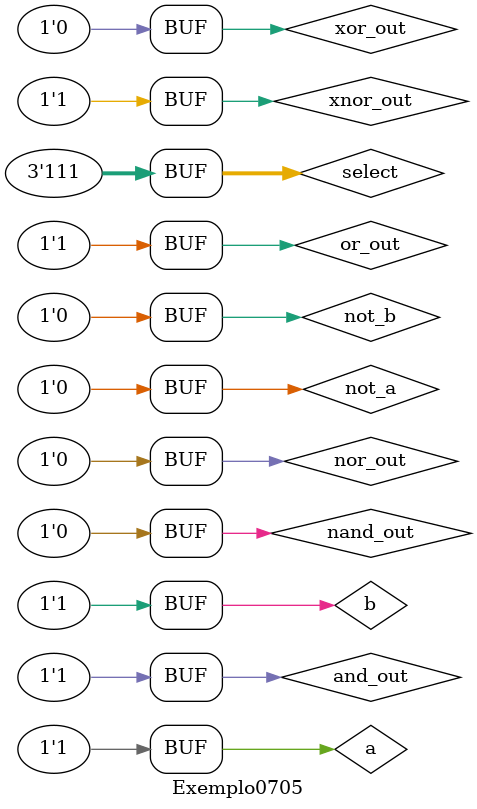
<source format=v>
/*
Arquitetura de Computadores I - Pucminas
Pedro Henrique Lima Carvalho
Matricula: 651230
Turno: Tarde
Guia 07
Exemplo0705
*/
module mux (output out_s, input in_0, in_1, select);

//wires
wire not_select;
wire on_0, on_1;


//portas
not NOT1 (not_select, select);
and AND1 (on_0, in_0, not_select);
and AND2 (on_1, in_1, select);

or OR1 (out_s, on_1, on_0);

endmodule

module mux4x1 (output out_s, input in_00, in_01, in_10, in_11, s_group, select);
//wires
wire out_mux1, out_mux2;

mux MUX1 (out_mux1, in_00, in_01, select);
mux MUX2 (out_mux2, in_10, in_11, select);
mux MUX3 (out_s, out_mux1, out_mux2, s_group);

endmodule

module mux8x1 (output out_s, input in_000, in_001, in_010, in_011,
               in_100, in_101, in_110, in_111, sel2, sel1, sel0);
//wires
wire out_mux1, out_mux2;
mux4x1 MUX1 (out_mux1, in_000, in_001, in_010, in_011, sel1, sel0);
mux4x1 MUX2 (out_mux2, in_100, in_101, in_110, in_111, sel1, sel0);
mux MUX3 (out_s, out_mux1, out_mux2, sel2);

endmodule

module Exemplo0705;

//definicoes

reg a, b;
reg[2:0] select;
wire not_a, not_b, or_out, nor_out, and_out, nand_out, xor_out, xnor_out, s;

not NOTa (not_a, a);
not NOTb (not_b, b);
or OR1 (or_out, a, b);
nor NOR1 (nor_out, a, b);
and AND1 (and_out, a, b);
nand NAND1 (nand_out, a, b);
xor XOR1 (xor_out, a, b);
xnor XNOR1 (xnor_out, a, b);

mux8x1 MUX (s, not_a, not_b, or_out, nor_out, and_out, nand_out,
            xor_out, xnor_out, select[2], select[1], select[0]);


initial
begin: main
$display("Exemplo_0705");
$display("Pedro Henrique Lima Carvalho 651230");
$display(" a  b   select    S");

a=1'b0; b=1'b0; select=0;

//monitor
#1 $monitor(" %b  %b     %b      %b ", a, b, select, s);

#1 a=1'b0; b=1'b1; select=0;
#1 a=1'b1; b=1'b0; select=0;
#1 a=1'b1; b=1'b1; select=0;

#1 a=1'b0; b=1'b0; select=1;$display("");
#1 a=1'b0; b=1'b1; select=1;
#1 a=1'b1; b=1'b0; select=1;
#1 a=1'b1; b=1'b1; select=1;

#1 a=1'b0; b=1'b0; select=2;$display("");
#1 a=1'b0; b=1'b1; select=2;
#1 a=1'b1; b=1'b0; select=2;
#1 a=1'b1; b=1'b1; select=2;


#1 a=1'b0; b=1'b0; select=3;$display("");
#1 a=1'b0; b=1'b1; select=3;
#1 a=1'b1; b=1'b0; select=3;
#1 a=1'b1; b=1'b1; select=3;

#1 a=1'b0; b=1'b0; select=4;$display("");
#1 a=1'b0; b=1'b1; select=4;
#1 a=1'b1; b=1'b0; select=4;
#1 a=1'b1; b=1'b1; select=4;

#1 a=1'b0; b=1'b0; select=5;$display("");
#1 a=1'b0; b=1'b1; select=5;
#1 a=1'b1; b=1'b0; select=5;
#1 a=1'b1; b=1'b1; select=5;

#1 a=1'b0; b=1'b0; select=6;$display("");
#1 a=1'b0; b=1'b1; select=6;
#1 a=1'b1; b=1'b0; select=6;
#1 a=1'b1; b=1'b1; select=6;

#1 a=1'b0; b=1'b0; select=7;$display("");
#1 a=1'b0; b=1'b1; select=7;
#1 a=1'b1; b=1'b0; select=7;
#1 a=1'b1; b=1'b1; select=7;
end
endmodule

</source>
